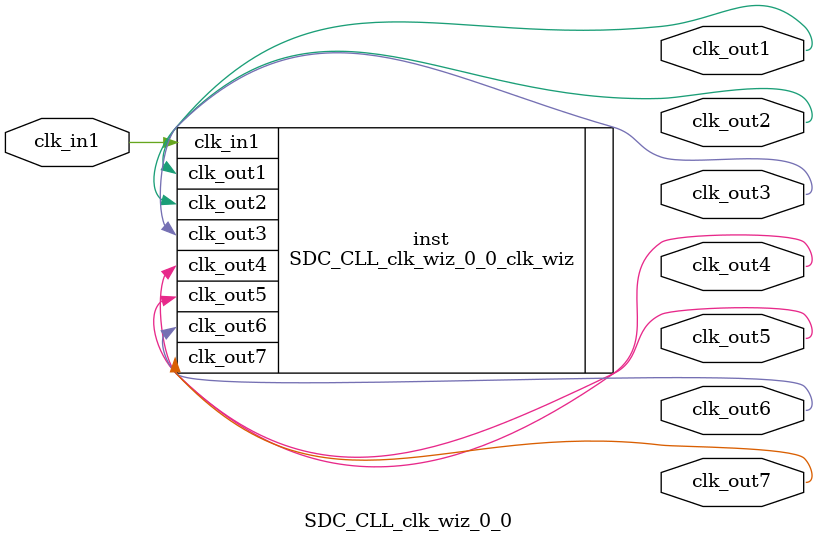
<source format=v>


`timescale 1ps/1ps

(* CORE_GENERATION_INFO = "SDC_CLL_clk_wiz_0_0,clk_wiz_v5_3_0,{component_name=SDC_CLL_clk_wiz_0_0,use_phase_alignment=true,use_min_o_jitter=false,use_max_i_jitter=false,use_dyn_phase_shift=false,use_inclk_switchover=false,use_dyn_reconfig=false,enable_axi=0,feedback_source=FDBK_AUTO,PRIMITIVE=MMCM,num_out_clk=7,clkin1_period=10.0,clkin2_period=10.0,use_power_down=false,use_reset=false,use_locked=false,use_inclk_stopped=false,feedback_type=SINGLE,CLOCK_MGR_TYPE=NA,manual_override=false}" *)

module SDC_CLL_clk_wiz_0_0 
 (
 // Clock in ports
  input         clk_in1,
  // Clock out ports
  output        clk_out1,
  output        clk_out2,
  output        clk_out3,
  output        clk_out4,
  output        clk_out5,
  output        clk_out6,
  output        clk_out7
 );

  SDC_CLL_clk_wiz_0_0_clk_wiz inst
  (
 // Clock in ports
  .clk_in1(clk_in1),
  // Clock out ports  
  .clk_out1(clk_out1),
  .clk_out2(clk_out2),
  .clk_out3(clk_out3),
  .clk_out4(clk_out4),
  .clk_out5(clk_out5),
  .clk_out6(clk_out6),
  .clk_out7(clk_out7)              
  );

endmodule

</source>
